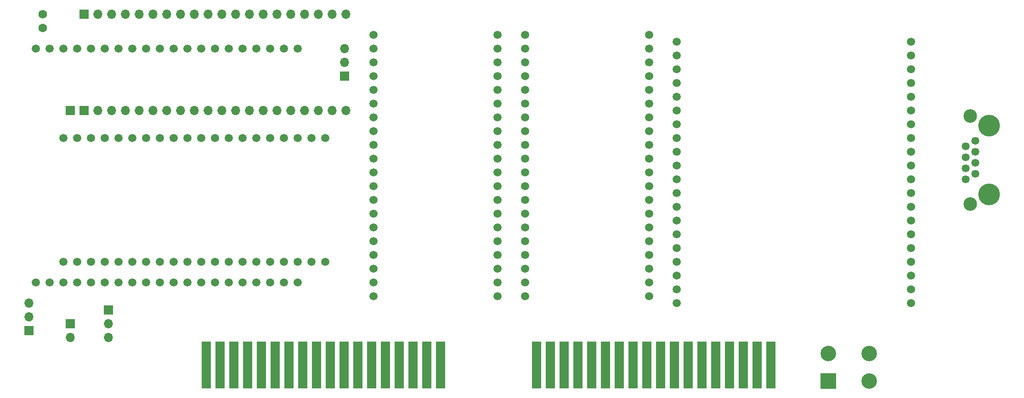
<source format=gbs>
%TF.GenerationSoftware,KiCad,Pcbnew,8.0.7*%
%TF.CreationDate,2025-04-27T11:33:56+02:00*%
%TF.ProjectId,GPIO Controller Board,4750494f-2043-46f6-9e74-726f6c6c6572,Pico GPIO Wide*%
%TF.SameCoordinates,Original*%
%TF.FileFunction,Soldermask,Bot*%
%TF.FilePolarity,Negative*%
%FSLAX46Y46*%
G04 Gerber Fmt 4.6, Leading zero omitted, Abs format (unit mm)*
G04 Created by KiCad (PCBNEW 8.0.7) date 2025-04-27 11:33:56*
%MOMM*%
%LPD*%
G01*
G04 APERTURE LIST*
%ADD10R,1.700000X1.700000*%
%ADD11O,1.700000X1.700000*%
%ADD12C,1.600000*%
%ADD13C,1.500000*%
%ADD14R,1.780000X8.620000*%
%ADD15C,4.000000*%
%ADD16C,1.470000*%
%ADD17C,2.500000*%
%ADD18R,2.850000X2.850000*%
%ADD19C,2.850000*%
G04 APERTURE END LIST*
D10*
%TO.C,J9*%
X13335000Y-2540000D03*
D11*
X13335000Y-5080000D03*
X13335000Y-7620000D03*
%TD*%
D12*
%TO.C,C2*%
X1270000Y49530000D03*
X1270000Y52030000D03*
%TD*%
D10*
%TO.C,J1*%
X56896000Y40640000D03*
D11*
X56896000Y43180000D03*
X56896000Y45720000D03*
%TD*%
D10*
%TO.C,J4*%
X-1270000Y-6350000D03*
D11*
X-1270000Y-3810000D03*
X-1270000Y-1270000D03*
%TD*%
D10*
%TO.C,J10*%
X6350000Y-5080000D03*
D11*
X6350000Y-7620000D03*
%TD*%
D13*
%TO.C,B2*%
X53340000Y29210000D03*
X50800000Y29210000D03*
X48260000Y29210000D03*
X45720000Y29210000D03*
X43180000Y29210000D03*
X40640000Y29210000D03*
X38100000Y29210000D03*
X35560000Y29210000D03*
X33020000Y29210000D03*
X30480000Y29210000D03*
X27940000Y29210000D03*
X25400000Y29210000D03*
X22860000Y29210000D03*
X20320000Y29210000D03*
X17780000Y29210000D03*
X15240000Y29210000D03*
X12700000Y29210000D03*
X10160000Y29210000D03*
X7620000Y29210000D03*
X5080000Y29210000D03*
X5080000Y6350000D03*
X7620000Y6350000D03*
X10160000Y6350000D03*
X12700000Y6350000D03*
X15240000Y6350000D03*
X17780000Y6350000D03*
X20320000Y6350000D03*
X22860000Y6350000D03*
X25400000Y6350000D03*
X27940000Y6350000D03*
X30480000Y6350000D03*
X33020000Y6350000D03*
X35560000Y6350000D03*
X38100000Y6350000D03*
X40640000Y6350000D03*
X43180000Y6350000D03*
X45720000Y6350000D03*
X48260000Y6350000D03*
X50800000Y6350000D03*
X53340000Y6350000D03*
%TD*%
%TO.C,B6*%
X90170000Y48260000D03*
X90170000Y45720000D03*
X90170000Y43180000D03*
X90170000Y40640000D03*
X90170000Y38100000D03*
X90170000Y35560000D03*
X90170000Y33020000D03*
X90170000Y30480000D03*
X90170000Y27940000D03*
X90170000Y25400000D03*
X90170000Y22860000D03*
X90170000Y20320000D03*
X90170000Y17780000D03*
X90170000Y15240000D03*
X90170000Y12700000D03*
X90170000Y10160000D03*
X90170000Y7620000D03*
X90170000Y5080000D03*
X90170000Y2540000D03*
X90170000Y0D03*
X113030000Y0D03*
X113030000Y2540000D03*
X113030000Y5080000D03*
X113030000Y7620000D03*
X113030000Y10160000D03*
X113030000Y12700000D03*
X113030000Y15240000D03*
X113030000Y17780000D03*
X113030000Y20320000D03*
X113030000Y22860000D03*
X113030000Y25400000D03*
X113030000Y27940000D03*
X113030000Y30480000D03*
X113030000Y33020000D03*
X113030000Y35560000D03*
X113030000Y38100000D03*
X113030000Y40640000D03*
X113030000Y43180000D03*
X113030000Y45720000D03*
X113030000Y48260000D03*
%TD*%
D10*
%TO.C,J6*%
X8890000Y52070000D03*
D11*
X11430000Y52070000D03*
X13969999Y52070000D03*
X16510000Y52070000D03*
X19050000Y52070000D03*
X21590000Y52070000D03*
X24130000Y52070000D03*
X26670001Y52070000D03*
X29210000Y52070000D03*
X31750000Y52070000D03*
X34290000Y52070000D03*
X36829999Y52070000D03*
X39370000Y52070000D03*
X41910000Y52070000D03*
X44450000Y52070000D03*
X46989999Y52070000D03*
X49530001Y52070000D03*
X52070000Y52070000D03*
X54610000Y52070000D03*
X57150000Y52070000D03*
%TD*%
D14*
%TO.C,J3*%
X92238148Y-12700000D03*
X94778148Y-12700000D03*
X97318148Y-12700000D03*
X99858148Y-12700000D03*
X102398148Y-12700000D03*
X104938148Y-12700000D03*
X107478148Y-12700000D03*
X110018148Y-12700000D03*
X112558148Y-12700000D03*
X115098148Y-12700000D03*
X117638148Y-12700000D03*
X120178148Y-12700000D03*
X122718148Y-12700000D03*
X125258148Y-12700000D03*
X127798148Y-12700000D03*
X130338148Y-12700000D03*
X132878148Y-12700000D03*
X135418148Y-12700000D03*
%TD*%
%TO.C,J2*%
X31369048Y-12700000D03*
X33909048Y-12700000D03*
X36449048Y-12700000D03*
X38989048Y-12700000D03*
X41529048Y-12700000D03*
X44069048Y-12700000D03*
X46609048Y-12700000D03*
X49149048Y-12700000D03*
X51689048Y-12700000D03*
X54229048Y-12700000D03*
X56769048Y-12700000D03*
X59309048Y-12700000D03*
X61849048Y-12700000D03*
X64389048Y-12700000D03*
X66929048Y-12700000D03*
X69469048Y-12700000D03*
X72009048Y-12700000D03*
X74549048Y-12700000D03*
%TD*%
D10*
%TO.C,J11*%
X6350000Y34290000D03*
%TD*%
D15*
%TO.C,J7*%
X175641000Y18796000D03*
X175641000Y31496000D03*
D16*
X173101000Y28726000D03*
X171321000Y27706000D03*
X173101000Y26686000D03*
X171321000Y25666000D03*
X173101000Y24646000D03*
X171321000Y23626000D03*
X173101000Y22606000D03*
X171321000Y21586000D03*
D17*
X172211000Y33276000D03*
X172211000Y17016000D03*
%TD*%
D10*
%TO.C,J5*%
X8890000Y34290000D03*
D11*
X11430000Y34290000D03*
X13969999Y34290000D03*
X16510000Y34290000D03*
X19050000Y34290000D03*
X21590000Y34290000D03*
X24130000Y34290000D03*
X26670001Y34290000D03*
X29210000Y34290000D03*
X31750000Y34290000D03*
X34290000Y34290000D03*
X36829999Y34290000D03*
X39370000Y34290000D03*
X41910000Y34290000D03*
X44450000Y34290000D03*
X46989999Y34290000D03*
X49530001Y34290000D03*
X52070000Y34290000D03*
X54610000Y34290000D03*
X57150000Y34290000D03*
%TD*%
D13*
%TO.C,B5*%
X62230000Y48260000D03*
X62230000Y45720000D03*
X62230000Y43180000D03*
X62230000Y40640000D03*
X62230000Y38100000D03*
X62230000Y35560000D03*
X62230000Y33020000D03*
X62230000Y30480000D03*
X62230000Y27940000D03*
X62230000Y25400000D03*
X62230000Y22860000D03*
X62230000Y20320000D03*
X62230000Y17780000D03*
X62230000Y15240000D03*
X62230000Y12700000D03*
X62230000Y10160000D03*
X62230000Y7620000D03*
X62230000Y5080000D03*
X62230000Y2540000D03*
X62230000Y0D03*
X85090000Y0D03*
X85090000Y2540000D03*
X85090000Y5080000D03*
X85090000Y7620000D03*
X85090000Y10160000D03*
X85090000Y12700000D03*
X85090000Y15240000D03*
X85090000Y17780000D03*
X85090000Y20320000D03*
X85090000Y22860000D03*
X85090000Y25400000D03*
X85090000Y27940000D03*
X85090000Y30480000D03*
X85090000Y33020000D03*
X85090000Y35560000D03*
X85090000Y38100000D03*
X85090000Y40640000D03*
X85090000Y43180000D03*
X85090000Y45720000D03*
X85090000Y48260000D03*
%TD*%
D18*
%TO.C,J8*%
X146050000Y-15621000D03*
D19*
X153550000Y-15621000D03*
X146050000Y-10621000D03*
X153550000Y-10621000D03*
%TD*%
D13*
%TO.C,B1*%
X118110000Y46990000D03*
X118110000Y44450000D03*
X118110000Y41910000D03*
X118110000Y39370000D03*
X118110000Y36830000D03*
X118110000Y34290000D03*
X118110000Y31750000D03*
X118110000Y29210000D03*
X118110000Y26670000D03*
X118110000Y24130000D03*
X118110000Y21590000D03*
X118110000Y19050000D03*
X118110000Y16510000D03*
X118110000Y13970000D03*
X118110000Y11430000D03*
X118110000Y8890000D03*
X118110000Y6350000D03*
X118110000Y3810000D03*
X118110000Y1270000D03*
X118110000Y-1270000D03*
X161290000Y-1270000D03*
X161290000Y1270000D03*
X161290000Y3810000D03*
X161290000Y6350000D03*
X161290000Y8890000D03*
X161290000Y11430000D03*
X161290000Y13970000D03*
X161290000Y16510000D03*
X161290000Y19050000D03*
X161290000Y21590000D03*
X161290000Y24130000D03*
X161290000Y26670000D03*
X161290000Y29210000D03*
X161290000Y31750000D03*
X161290000Y34290000D03*
X161290000Y36830000D03*
X161290000Y39370000D03*
X161290000Y41910000D03*
X161290000Y44450000D03*
X161290000Y46990000D03*
%TD*%
%TO.C,B7*%
X0Y45720000D03*
X2540000Y45720000D03*
X5079999Y45720000D03*
X7620000Y45720000D03*
X10160000Y45720000D03*
X12700000Y45720000D03*
X15240000Y45720000D03*
X17780001Y45720000D03*
X20320000Y45720000D03*
X22860000Y45720000D03*
X25400000Y45720000D03*
X27939999Y45720000D03*
X30480000Y45720000D03*
X33020000Y45720000D03*
X35560000Y45720000D03*
X38099999Y45720000D03*
X40640001Y45720000D03*
X43180000Y45720000D03*
X45720000Y45720000D03*
X48260000Y45720000D03*
X48260000Y2540000D03*
X45720000Y2540000D03*
X43180000Y2540000D03*
X40640000Y2540000D03*
X38100000Y2540000D03*
X35560000Y2540000D03*
X33020000Y2540000D03*
X30480000Y2540000D03*
X27940000Y2540000D03*
X25400000Y2540000D03*
X22860000Y2540000D03*
X20320000Y2540000D03*
X17780000Y2540000D03*
X15240000Y2540000D03*
X12700000Y2540000D03*
X10160000Y2540000D03*
X7620000Y2540000D03*
X5080000Y2540000D03*
X2540000Y2540000D03*
X0Y2540000D03*
%TD*%
M02*

</source>
